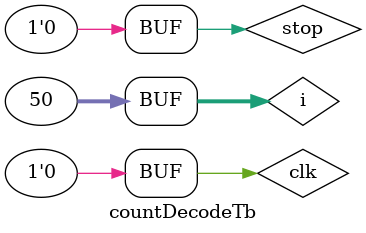
<source format=v>
`timescale 1ns/1ps

module countDecodeTb;

    reg stop, clk;
    wire out;
    wire [3:0] countOut;
    integer i,j;

    counterDecoder dat(.stop(stop),.clk(clk),.out(out), .countOut(countOut));

    initial begin
        $dumpfile("wave2.vcd");
        $dumpvars(0, countDecodeTb);

        clk = 0;
        for(i=0; i<50;i=i+1) begin
            #10 clk = ~clk;
        end
    end
    initial begin
        stop = 0;
        #75 stop = 1;
        #40 stop = 0;
        #120 stop = 1;
        #70 stop = 0;
    end

    always @(out,stop) begin
        $monitor("state:%d\t\tout:%d\tstop: %d",countOut,out,stop);
    end

endmodule
</source>
